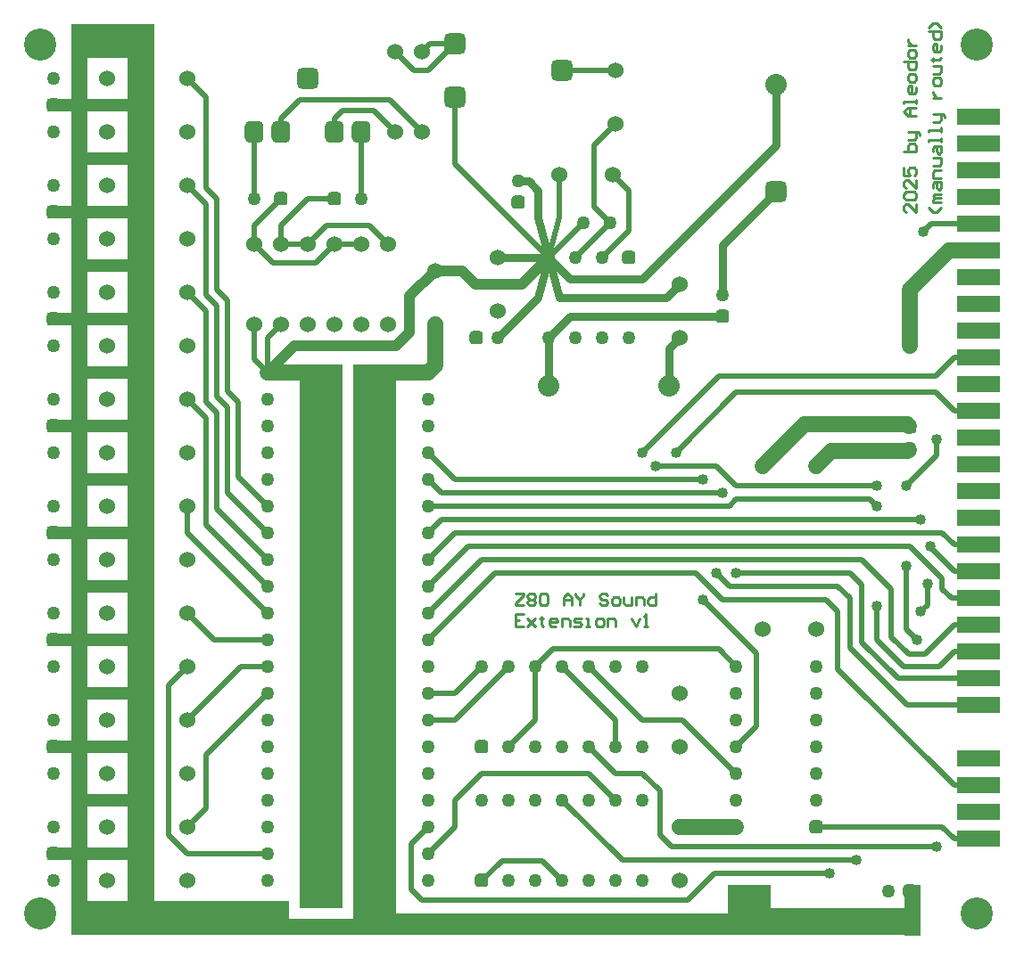
<source format=gbr>
*
%LPD*%
%LNTOP*%
%FSLAX25Y25*%
%MOIN*%
%AD*%
%AD*%
%ADD13C,0.01*%
%ADD15C,0.04*%
%ADD20R,0.16X0.06*%
%ADD30C,0.02*%
%ADD31C,0.06*%
%ADD32C,0.03*%
%ADD33C,0.12*%
%ADD34C,0.05*%
%AMD35_Rectangle*
20,1,0.025,-0.025,0,0.025,0,0*
20,1,0.025,0,-0.025,0,0.025,0*
1,1,0.025,-0.0125,-0.0125*
1,1,0.025,0.0125,-0.0125*
1,1,0.025,0.0125,0.0125*
1,1,0.025,-0.0125,0.0125*
%
%ADD35D35_Rectangle*%
%ADD36R,0.06X3.41*%
%ADD37R,0.4X0.05*%
%ADD38R,0.31X0.05*%
%ADD39R,0.31X0.13*%
%ADD40R,0.1X3.41*%
%ADD41R,0.815X0.13*%
%AMD42_Rectangle*
20,1,0.045,-0.035,0,0.035,0,0*
20,1,0.035,0,-0.04,0,0.04,0*
1,1,0.035,-0.0175,-0.0225*
1,1,0.035,0.0175,-0.0225*
1,1,0.035,0.0175,0.0225*
1,1,0.035,-0.0175,0.0225*
%
%ADD42D42_Rectangle*%
%AMD43_Rectangle*
20,1,0.04,-0.04,0,0.04,0,0*
20,1,0.04,0,-0.04,0,0.04,0*
1,1,0.04,-0.02,-0.02*
1,1,0.04,0.02,-0.02*
1,1,0.04,0.02,0.02*
1,1,0.04,-0.02,0.02*
%
%ADD43D43_Rectangle*%
%ADD44R,0.16X2.035*%
%ADD45R,0.16X2.135*%
%ADD46R,3.175X0.06*%
%ADD47C,0.08*%
%ADD48R,2.12X0.08*%
%ADD49R,0.16X0.19*%
%ADD50R,0.72X0.1*%
%ADD51R,0.06X0.165*%
%ADD52R,0.04X0.05*%
G54D30*
%SRX1Y1I0.0J0.0*%
G1X63000Y42000D2*
G1X63000Y98000D1*
G1X63000Y42000D2*
G1X70000Y35000D1*
G1X63000Y98000D2*
G1X70000Y105000D1*
G1X70000Y35000D2*
G1X100000Y35000D1*
G1X70000Y45000D2*
G1X77000Y52000D1*
G1X70000Y85000D2*
G1X90000Y105000D1*
G1X70000Y125000D2*
G1X80000Y115000D1*
G1X70000Y155000D2*
G1X70000Y165000D1*
G1X70000Y155000D2*
G1X100000Y125000D1*
G1X70000Y205000D2*
G1X77000Y198000D1*
G1X70000Y245000D2*
G1X77000Y238000D1*
G1X70000Y285000D2*
G1X77000Y278000D1*
G1X70000Y325000D2*
G1X77000Y318000D1*
G1X77000Y52000D2*
G1X77000Y72000D1*
G1X77000Y72000D2*
G1X100000Y95000D1*
G1X77000Y158000D2*
G1X77000Y198000D1*
G1X77000Y158000D2*
G1X100000Y135000D1*
G1X77000Y204000D2*
G1X77000Y238000D1*
G1X77000Y204000D2*
G1X81000Y200000D1*
G1X77000Y244000D2*
G1X77000Y278000D1*
G1X77000Y244000D2*
G1X81000Y240000D1*
G1X77000Y284000D2*
G1X77000Y318000D1*
G1X77000Y284000D2*
G1X81000Y280000D1*
G1X80000Y115000D2*
G1X100000Y115000D1*
G1X81000Y164000D2*
G1X81000Y200000D1*
G1X81000Y164000D2*
G1X100000Y145000D1*
G1X81000Y206000D2*
G1X81000Y240000D1*
G1X81000Y206000D2*
G1X85000Y202000D1*
G1X81000Y246000D2*
G1X81000Y280000D1*
G1X81000Y246000D2*
G1X85000Y242000D1*
G1X85000Y170000D2*
G1X85000Y202000D1*
G1X85000Y170000D2*
G1X100000Y155000D1*
G1X85000Y208000D2*
G1X85000Y242000D1*
G1X85000Y208000D2*
G1X89000Y204000D1*
G1X89000Y176000D2*
G1X89000Y204000D1*
G1X89000Y176000D2*
G1X100000Y165000D1*
G1X90000Y105000D2*
G1X100000Y105000D1*
G1X95000Y220000D2*
G1X95000Y233000D1*
G1X95000Y220000D2*
G1X100000Y215000D1*
G1X95000Y263000D2*
G1X95000Y270000D1*
G1X95000Y263000D2*
G1X102000Y256000D1*
G1X95000Y270000D2*
G1X105000Y280000D1*
G1X95000Y280000D2*
G1X95000Y305000D1*
G1X100000Y215000D2*
G1X100000Y228000D1*
G1X100000Y215000D2*
G54D15*
G1X110000Y225000D1*
G1X100000Y215000D2*
G54D31*
G1X112000Y215000D1*
G1X100000Y228000D2*
G54D30*
G1X105000Y233000D1*
G1X102000Y256000D2*
G1X118000Y256000D1*
G1X105000Y263000D2*
G1X105000Y270000D1*
G1X105000Y263000D2*
G1X115000Y263000D1*
G1X105000Y270000D2*
G1X115000Y280000D1*
G1X105000Y305000D2*
G1X105000Y310000D1*
G1X105000Y310000D2*
G1X112000Y317000D1*
G1X110000Y225000D2*
G54D15*
G1X148000Y225000D1*
G1X112000Y317000D2*
G54D30*
G1X145500Y317000D1*
G1X115000Y263000D2*
G1X122000Y270000D1*
G1X115000Y280000D2*
G1X125000Y280000D1*
G1X118000Y256000D2*
G1X125000Y263000D1*
G1X122000Y270000D2*
G1X138000Y270000D1*
G1X125000Y263000D2*
G1X135000Y263000D1*
G1X125000Y305000D2*
G1X125000Y310000D1*
G1X125000Y310000D2*
G1X128000Y313000D1*
G1X128000Y313000D2*
G1X139500Y313000D1*
G1X135000Y280000D2*
G1X135000Y305000D1*
G1X138000Y270000D2*
G1X145000Y263000D1*
G1X139500Y313000D2*
G1X147500Y305000D1*
G1X145500Y317000D2*
G1X157500Y305000D1*
G1X147500Y335000D2*
G1X154500Y328000D1*
G1X148000Y215000D2*
G54D31*
G1X160000Y215000D1*
G1X148000Y225000D2*
G54D15*
G1X153000Y230000D1*
G1X153000Y230000D2*
G1X153000Y243500D1*
G1X153000Y243500D2*
G1X162500Y253000D1*
G1X153500Y21500D2*
G54D30*
G1X153500Y38500D1*
G1X153500Y21500D2*
G1X157500Y17500D1*
G1X153500Y38500D2*
G1X160000Y45000D1*
G1X154500Y328000D2*
G1X160000Y328000D1*
G1X157500Y17500D2*
G1X257000Y17500D1*
G1X157500Y335000D2*
G1X160500Y338000D1*
G1X160000Y35000D2*
G1X170000Y45000D1*
G1X160000Y85000D2*
G1X170000Y85000D1*
G1X160000Y95000D2*
G1X170000Y95000D1*
G1X160000Y115000D2*
G1X185000Y140000D1*
G1X160000Y125000D2*
G1X180000Y145000D1*
G1X160000Y135000D2*
G1X175000Y150000D1*
G1X160000Y145000D2*
G1X170000Y155000D1*
G1X160000Y155000D2*
G1X165000Y160000D1*
G1X160000Y165000D2*
G1X272500Y165000D1*
G1X160000Y175000D2*
G1X165000Y170000D1*
G1X160000Y185000D2*
G1X170000Y175000D1*
G1X160000Y215000D2*
G54D31*
G1X162500Y217500D1*
G1X160000Y328000D2*
G54D30*
G1X170000Y338000D1*
G1X160500Y338000D2*
G1X170000Y338000D1*
G1X162500Y217500D2*
G54D31*
G1X162500Y233000D1*
G1X162500Y253000D2*
G54D15*
G1X172500Y253000D1*
G1X165000Y160000D2*
G54D30*
G1X344000Y160000D1*
G1X165000Y170000D2*
G1X270000Y170000D1*
G1X170000Y45000D2*
G1X170000Y55000D1*
G1X170000Y55000D2*
G1X180000Y65000D1*
G1X170000Y85000D2*
G1X190000Y105000D1*
G1X170000Y95000D2*
G1X180000Y105000D1*
G1X170000Y155000D2*
G1X352000Y155000D1*
G1X170000Y175000D2*
G1X262500Y175000D1*
G1X170000Y293000D2*
G1X170000Y318000D1*
G1X170000Y293000D2*
G1X205000Y258000D1*
G1X172500Y253000D2*
G54D15*
G1X177500Y248000D1*
G1X175000Y150000D2*
G54D30*
G1X340000Y150000D1*
G1X177500Y248000D2*
G54D15*
G1X195000Y248000D1*
G1X180000Y25000D2*
G54D30*
G1X187422Y32422D1*
G1X180000Y65000D2*
G1X220000Y65000D1*
G1X180000Y145000D2*
G1X322000Y145000D1*
G1X185000Y140000D2*
G1X260000Y140000D1*
G1X186000Y228000D2*
G54D32*
G1X201000Y243000D1*
G1X186000Y258000D2*
G1X205000Y258000D1*
G1X187422Y32422D2*
G54D30*
G1X202578Y32422D1*
G1X190000Y75000D2*
G1X200000Y85000D1*
G1X192500Y120000D2*
G54D13*
G1X195499Y120000D1*
G1X192500Y122249D2*
G1X194000Y122249D1*
G1X192500Y124499D2*
G1X192500Y120000D1*
G1X192500Y127798D2*
G1X195499Y127798D1*
G1X192500Y128548D2*
G1X192500Y127798D1*
G1X192500Y132297D2*
G1X195499Y132297D1*
G1X193500Y286500D2*
G54D32*
G1X197500Y286500D1*
G1X195000Y248000D2*
G54D15*
G1X205000Y258000D1*
G1X195499Y124499D2*
G54D13*
G1X192500Y124499D1*
G1X195499Y131547D2*
G1X192500Y128548D1*
G1X195499Y132297D2*
G1X195499Y131547D1*
G1X196999Y122999D2*
G1X199998Y120000D1*
G1X196999Y128548D2*
G1X196999Y129298D1*
G1X196999Y129298D2*
G1X197748Y130048D1*
G1X196999Y130797D2*
G1X196999Y131547D1*
G1X196999Y131547D2*
G1X197748Y132297D1*
G1X197500Y286500D2*
G54D32*
G1X201000Y283000D1*
G1X197748Y127798D2*
G54D13*
G1X196999Y128548D1*
G1X197748Y130048D2*
G1X196999Y130797D1*
G1X197748Y130048D2*
G1X199248Y130048D1*
G1X197748Y132297D2*
G1X199248Y132297D1*
G1X198498Y121500D2*
G1X199998Y122999D1*
G1X199248Y127798D2*
G1X197748Y127798D1*
G1X199248Y130048D2*
G1X199998Y129298D1*
G1X199248Y132297D2*
G1X199998Y131547D1*
G1X199998Y120000D2*
G1X198498Y121500D1*
G1X199998Y122999D2*
G1X196999Y120000D1*
G1X199998Y128548D2*
G1X199248Y127798D1*
G1X199998Y129298D2*
G1X199998Y128548D1*
G1X199998Y130797D2*
G1X199248Y130048D1*
G1X199998Y131547D2*
G1X199998Y130797D1*
G1X200000Y85000D2*
G54D30*
G1X200000Y105000D1*
G1X200000Y105000D2*
G1X206500Y111500D1*
G1X201000Y243000D2*
G54D32*
G1X205000Y258000D1*
G1X201000Y273000D2*
G1X201000Y283000D1*
G1X201000Y273000D2*
G1X205000Y258000D1*
G1X201497Y122999D2*
G54D13*
G1X202997Y122999D1*
G1X201497Y128548D2*
G1X201497Y131547D1*
G1X201497Y131547D2*
G1X202247Y132297D1*
G1X202247Y120750D2*
G1X202997Y120000D1*
G1X202247Y122999D2*
G1X201497Y122999D1*
G1X202247Y122999D2*
G1X202247Y120750D1*
G1X202247Y123749D2*
G1X202247Y122999D1*
G1X202247Y127798D2*
G1X201497Y128548D1*
G1X202247Y132297D2*
G1X203746Y132297D1*
G1X202578Y32422D2*
G54D30*
G1X210000Y25000D1*
G1X202997Y122999D2*
G54D13*
G1X202247Y122999D1*
G1X203746Y127798D2*
G1X202247Y127798D1*
G1X203746Y132297D2*
G1X204496Y131547D1*
G1X204496Y128548D2*
G1X203746Y127798D1*
G1X204496Y131547D2*
G1X204496Y128548D1*
G1X205000Y210000D2*
G54D32*
G1X205000Y228000D1*
G1X205000Y228000D2*
G1X213000Y236000D1*
G1X205000Y258000D2*
G1X209000Y243000D1*
G1X205000Y258000D2*
G54D30*
G1X209000Y273000D1*
G1X205000Y258000D2*
G54D32*
G1X213000Y250000D1*
G1X205000Y258000D2*
G54D30*
G1X218000Y271000D1*
G1X205246Y120750D2*
G54D13*
G1X205246Y122249D1*
G1X205246Y122249D2*
G1X205996Y122999D1*
G1X205996Y120000D2*
G1X205246Y120750D1*
G1X205996Y122999D2*
G1X207495Y122999D1*
G1X206500Y111500D2*
G54D30*
G1X268500Y111500D1*
G1X207495Y120000D2*
G54D13*
G1X205996Y120000D1*
G1X207495Y122999D2*
G1X208245Y122249D1*
G1X208245Y121500D2*
G1X205246Y121500D1*
G1X208245Y122249D2*
G1X208245Y121500D1*
G1X209000Y243000D2*
G54D32*
G1X249000Y243000D1*
G1X209000Y273000D2*
G54D30*
G1X209000Y289000D1*
G1X209744Y120000D2*
G54D13*
G1X209744Y122999D1*
G1X209744Y122999D2*
G1X211994Y122999D1*
G1X210000Y55000D2*
G54D30*
G1X232500Y32500D1*
G1X210000Y105000D2*
G1X230000Y85000D1*
G1X210000Y328000D2*
G1X230000Y328000D1*
G1X210494Y127798D2*
G54D13*
G1X210494Y130797D1*
G1X210494Y130797D2*
G1X211994Y132297D1*
G1X211994Y122999D2*
G1X212743Y122249D1*
G1X211994Y132297D2*
G1X213493Y130797D1*
G1X212743Y122249D2*
G1X212743Y120000D1*
G1X213000Y236000D2*
G54D32*
G1X270000Y236000D1*
G1X213000Y250000D2*
G1X240000Y250000D1*
G1X213493Y127798D2*
G54D13*
G1X213493Y130048D1*
G1X213493Y130048D2*
G1X210494Y130048D1*
G1X213493Y130797D2*
G1X213493Y127798D1*
G1X214243Y120000D2*
G1X216492Y120000D1*
G1X214243Y122249D2*
G1X214993Y122999D1*
G1X214993Y121500D2*
G1X214243Y122249D1*
G1X214993Y122999D2*
G1X217242Y122999D1*
G1X214993Y131547D2*
G1X216492Y130048D1*
G1X214993Y132297D2*
G1X214993Y131547D1*
G1X215000Y258000D2*
G54D30*
G1X228000Y271000D1*
G1X216492Y120000D2*
G54D13*
G1X217242Y120750D1*
G1X216492Y121500D2*
G1X214993Y121500D1*
G1X216492Y130048D2*
G1X216492Y127798D1*
G1X216492Y130048D2*
G1X217992Y131547D1*
G1X217242Y120750D2*
G1X216492Y121500D1*
G1X217992Y131547D2*
G1X217992Y132297D1*
G1X218742Y120000D2*
G1X220241Y120000D1*
G1X219491Y120000D2*
G1X219491Y122999D1*
G1X219491Y122999D2*
G1X218742Y122999D1*
G1X220000Y65000D2*
G54D30*
G1X230000Y55000D1*
G1X220000Y75000D2*
G1X230000Y65000D1*
G1X220000Y105000D2*
G1X240000Y85000D1*
G1X220241Y120000D2*
G54D13*
G1X219491Y120000D1*
G1X222000Y277000D2*
G54D30*
G1X222000Y300000D1*
G1X222000Y277000D2*
G1X228000Y271000D1*
G1X222000Y300000D2*
G1X230000Y308000D1*
G1X222490Y120750D2*
G54D13*
G1X223240Y120000D1*
G1X222490Y122249D2*
G1X222490Y120750D1*
G1X223240Y120000D2*
G1X224740Y120000D1*
G1X223240Y122999D2*
G1X222490Y122249D1*
G1X223990Y130797D2*
G1X224740Y130048D1*
G1X223990Y131547D2*
G1X223990Y130797D1*
G1X224740Y120000D2*
G1X225489Y120750D1*
G1X224740Y122999D2*
G1X223240Y122999D1*
G1X224740Y127798D2*
G1X223990Y128548D1*
G1X224740Y130048D2*
G1X226239Y130048D1*
G1X224740Y132297D2*
G1X223990Y131547D1*
G1X225000Y258000D2*
G54D30*
G1X235000Y268000D1*
G1X225489Y120750D2*
G54D13*
G1X225489Y122249D1*
G1X225489Y122249D2*
G1X224740Y122999D1*
G1X226239Y127798D2*
G1X224740Y127798D1*
G1X226239Y130048D2*
G1X226989Y129298D1*
G1X226239Y132297D2*
G1X224740Y132297D1*
G1X226989Y120000D2*
G1X226989Y122999D1*
G1X226989Y122999D2*
G1X229238Y122999D1*
G1X226989Y128548D2*
G1X226239Y127798D1*
G1X226989Y129298D2*
G1X226989Y128548D1*
G1X226989Y131547D2*
G1X226239Y132297D1*
G1X228488Y128548D2*
G1X229238Y127798D1*
G1X228488Y130048D2*
G1X228488Y128548D1*
G1X229000Y289000D2*
G54D30*
G1X235000Y283000D1*
G1X229238Y122999D2*
G54D13*
G1X229988Y122249D1*
G1X229238Y127798D2*
G1X230738Y127798D1*
G1X229238Y130797D2*
G1X228488Y130048D1*
G1X229988Y122249D2*
G1X229988Y120000D1*
G1X230000Y65000D2*
G54D30*
G1X240000Y65000D1*
G1X230000Y75000D2*
G1X230000Y85000D1*
G1X230738Y127798D2*
G54D13*
G1X231487Y128548D1*
G1X230738Y130797D2*
G1X229238Y130797D1*
G1X231487Y128548D2*
G1X231487Y130048D1*
G1X231487Y130048D2*
G1X230738Y130797D1*
G1X232500Y32500D2*
G54D30*
G1X320000Y32500D1*
G1X232987Y128548D2*
G54D13*
G1X233737Y127798D1*
G1X232987Y130797D2*
G1X232987Y128548D1*
G1X233737Y127798D2*
G1X235986Y127798D1*
G1X235000Y268000D2*
G54D30*
G1X235000Y283000D1*
G1X235986Y122999D2*
G54D13*
G1X237486Y120000D1*
G1X235986Y127798D2*
G1X235986Y130797D1*
G1X237486Y120000D2*
G1X238985Y122999D1*
G1X237486Y127798D2*
G1X237486Y130797D1*
G1X237486Y130797D2*
G1X239735Y130797D1*
G1X239735Y130797D2*
G1X240485Y130048D1*
G1X240000Y65000D2*
G54D30*
G1X246500Y58500D1*
G1X240000Y85000D2*
G1X255000Y85000D1*
G1X240000Y185000D2*
G1X268500Y213500D1*
G1X240000Y250000D2*
G54D32*
G1X290000Y300000D1*
G1X240485Y120000D2*
G54D13*
G1X241984Y120000D1*
G1X240485Y130048D2*
G1X240485Y127798D1*
G1X241234Y120000D2*
G1X241234Y124499D1*
G1X241234Y124499D2*
G1X240485Y123749D1*
G1X241984Y120000D2*
G1X241234Y120000D1*
G1X241984Y128548D2*
G1X241984Y130048D1*
G1X241984Y130048D2*
G1X242734Y130797D1*
G1X242734Y127798D2*
G1X241984Y128548D1*
G1X242734Y130797D2*
G1X244983Y130797D1*
G1X244983Y127798D2*
G1X242734Y127798D1*
G1X244983Y132297D2*
G1X244983Y127798D1*
G1X245000Y180000D2*
G54D30*
G1X267500Y180000D1*
G1X246500Y42000D2*
G1X246500Y58500D1*
G1X246500Y42000D2*
G1X251000Y37500D1*
G1X249000Y243000D2*
G54D32*
G1X254000Y248000D1*
G1X250000Y210000D2*
G1X250000Y224000D1*
G1X250000Y224000D2*
G1X254000Y228000D1*
G1X251000Y37500D2*
G54D30*
G1X350000Y37500D1*
G1X252500Y185000D2*
G1X275000Y207500D1*
G1X254000Y45000D2*
G54D31*
G1X275000Y45000D1*
G1X255000Y85000D2*
G54D30*
G1X275000Y65000D1*
G1X257000Y17500D2*
G1X267000Y27500D1*
G1X260000Y140000D2*
G1X270000Y130000D1*
G1X262500Y130000D2*
G1X282500Y110000D1*
G1X267000Y27500D2*
G1X310000Y27500D1*
G1X267500Y140000D2*
G1X272500Y135000D1*
G1X267500Y180000D2*
G1X275000Y172500D1*
G1X268500Y111500D2*
G1X275000Y105000D1*
G1X268500Y213500D2*
G1X349500Y213500D1*
G1X270000Y130000D2*
G1X308500Y130000D1*
G1X270000Y244000D2*
G54D32*
G1X270000Y262500D1*
G1X270000Y262500D2*
G1X290000Y282500D1*
G1X272500Y135000D2*
G54D30*
G1X313000Y135000D1*
G1X272500Y165000D2*
G1X275000Y167500D1*
G1X275000Y75000D2*
G1X282500Y82500D1*
G1X275000Y140000D2*
G1X317500Y140000D1*
G1X275000Y167500D2*
G1X325000Y167500D1*
G1X275000Y172500D2*
G1X327500Y172500D1*
G1X275000Y207500D2*
G1X349500Y207500D1*
G1X282500Y82500D2*
G1X282500Y110000D1*
G1X285000Y180000D2*
G54D31*
G1X300500Y195500D1*
G1X290000Y300000D2*
G54D32*
G1X290000Y322500D1*
G1X300500Y195500D2*
G54D31*
G1X339000Y195500D1*
G1X305000Y45000D2*
G54D30*
G1X352000Y45000D1*
G1X305000Y180000D2*
G54D31*
G1X310500Y185500D1*
G1X308500Y130000D2*
G54D30*
G1X313000Y125500D1*
G1X310500Y185500D2*
G54D31*
G1X339000Y185500D1*
G1X313000Y104000D2*
G54D30*
G1X313000Y125500D1*
G1X313000Y104000D2*
G1X356500Y60500D1*
G1X313000Y135000D2*
G1X317500Y130500D1*
G1X317500Y112000D2*
G1X317500Y130500D1*
G1X317500Y112000D2*
G1X339000Y90500D1*
G1X317500Y140000D2*
G1X322000Y135500D1*
G1X322000Y114000D2*
G1X322000Y135500D1*
G1X322000Y114000D2*
G1X335500Y100500D1*
G1X322000Y145000D2*
G1X333000Y134000D1*
G1X325000Y167500D2*
G1X327500Y165000D1*
G1X327500Y115000D2*
G1X327500Y127500D1*
G1X327500Y115000D2*
G1X337500Y105000D1*
G1X333000Y116000D2*
G1X333000Y134000D1*
G1X333000Y116000D2*
G1X339500Y109500D1*
G1X335500Y100500D2*
G1X365500Y100500D1*
G1X337500Y105000D2*
G1X351000Y105000D1*
G1X337704Y275750D2*
G54D13*
G1X338454Y275000D1*
G1X337704Y277249D2*
G1X337704Y275750D1*
G1X337704Y280248D2*
G1X337704Y281748D1*
G1X337704Y281748D2*
G1X338454Y282498D1*
G1X337704Y284747D2*
G1X338454Y283997D1*
G1X337704Y286246D2*
G1X337704Y284747D1*
G1X337704Y288496D2*
G1X339953Y288496D1*
G1X337704Y291495D2*
G1X337704Y288496D1*
G1X337704Y297493D2*
G1X342203Y297493D1*
G1X337704Y312488D2*
G1X339204Y313987D1*
G1X337704Y316237D2*
G1X337704Y315487D1*
G1X337704Y331232D2*
G1X342203Y331232D1*
G1X338454Y277999D2*
G1X337704Y277249D1*
G1X338454Y279499D2*
G1X337704Y280248D1*
G1X338454Y282498D2*
G1X341453Y282498D1*
G1X338454Y286996D2*
G1X337704Y286246D1*
G1X338500Y119000D2*
G54D30*
G1X338500Y142500D1*
G1X338500Y119000D2*
G1X342500Y115000D1*
G1X338500Y172500D2*
G1X350000Y184000D1*
G1X339000Y90500D2*
G1X365500Y90500D1*
G1X339000Y185500D2*
G54D31*
G1X339500Y186000D1*
G1X339000Y195500D2*
G1X339500Y195000D1*
G1X339204Y277999D2*
G54D13*
G1X338454Y277999D1*
G1X339204Y286996D2*
G1X338454Y286996D1*
G1X339204Y289995D2*
G1X339204Y290745D1*
G1X339204Y290745D2*
G1X339953Y291495D1*
G1X339204Y299742D2*
G1X339204Y297493D1*
G1X339204Y301991D2*
G1X341453Y301991D1*
G1X339204Y310988D2*
G1X337704Y312488D1*
G1X339204Y313987D2*
G1X342203Y313987D1*
G1X339204Y319986D2*
G1X339204Y321485D1*
G1X339204Y321485D2*
G1X339953Y322235D1*
G1X339204Y324484D2*
G1X339953Y323734D1*
G1X339204Y325984D2*
G1X339204Y324484D1*
G1X339204Y328983D2*
G1X339204Y331232D1*
G1X339204Y333481D2*
G1X339953Y332731D1*
G1X339204Y334981D2*
G1X339204Y333481D1*
G1X339204Y337230D2*
G1X342203Y337230D1*
G1X339204Y338729D2*
G1X339204Y339479D1*
G1X339500Y109500D2*
G54D30*
G1X345500Y109500D1*
G1X339953Y288496D2*
G54D13*
G1X339204Y289995D1*
G1X339953Y291495D2*
G1X341453Y291495D1*
G1X339953Y300492D2*
G1X339204Y299742D1*
G1X339953Y313987D2*
G1X339953Y310988D1*
G1X339953Y319236D2*
G1X339204Y319986D1*
G1X339953Y322235D2*
G1X340703Y322235D1*
G1X339953Y323734D2*
G1X341453Y323734D1*
G1X339953Y326733D2*
G1X339204Y325984D1*
G1X339953Y328233D2*
G1X339204Y328983D1*
G1X339953Y332731D2*
G1X341453Y332731D1*
G1X339953Y335730D2*
G1X339204Y334981D1*
G1X339953Y337980D2*
G1X339204Y338729D1*
G1X340000Y150000D2*
G54D30*
G1X352000Y138000D1*
G1X340000Y225000D2*
G54D31*
G1X340000Y246000D1*
G1X340000Y246000D2*
G1X354500Y260500D1*
G1X340703Y300492D2*
G54D13*
G1X339953Y300492D1*
G1X340703Y322235D2*
G1X340703Y319236D1*
G1X340703Y337230D2*
G1X339953Y337980D1*
G1X341453Y279499D2*
G1X338454Y279499D1*
G1X341453Y282498D2*
G1X342203Y281748D1*
G1X341453Y291495D2*
G1X342203Y290745D1*
G1X341453Y300492D2*
G1X340703Y300492D1*
G1X341453Y301991D2*
G1X342203Y302741D1*
G1X341453Y319236D2*
G1X339953Y319236D1*
G1X341453Y323734D2*
G1X342203Y324484D1*
G1X341453Y326733D2*
G1X339953Y326733D1*
G1X341453Y328233D2*
G1X339953Y328233D1*
G1X341453Y332731D2*
G1X342203Y333481D1*
G1X341453Y335730D2*
G1X339953Y335730D1*
G1X342203Y275000D2*
G1X339204Y277999D1*
G1X342203Y277999D2*
G1X342203Y275000D1*
G1X342203Y280248D2*
G1X341453Y279499D1*
G1X342203Y281748D2*
G1X342203Y280248D1*
G1X342203Y283997D2*
G1X339204Y286996D1*
G1X342203Y286996D2*
G1X342203Y283997D1*
G1X342203Y289245D2*
G1X341453Y288496D1*
G1X342203Y290745D2*
G1X342203Y289245D1*
G1X342203Y297493D2*
G1X342203Y299742D1*
G1X342203Y299742D2*
G1X341453Y300492D1*
G1X342203Y302741D2*
G1X342203Y304990D1*
G1X342203Y304990D2*
G1X339204Y304990D1*
G1X342203Y304990D2*
G1X342952Y304990D1*
G1X342203Y310988D2*
G1X339204Y310988D1*
G1X342203Y313987D2*
G1X339953Y313987D1*
G1X342203Y315487D2*
G1X342203Y316986D1*
G1X342203Y316237D2*
G1X337704Y316237D1*
G1X342203Y316986D2*
G1X342203Y316237D1*
G1X342203Y319986D2*
G1X341453Y319236D1*
G1X342203Y321485D2*
G1X342203Y319986D1*
G1X342203Y324484D2*
G1X342203Y325984D1*
G1X342203Y325984D2*
G1X341453Y326733D1*
G1X342203Y328983D2*
G1X341453Y328233D1*
G1X342203Y331232D2*
G1X342203Y328983D1*
G1X342203Y333481D2*
G1X342203Y334981D1*
G1X342203Y334981D2*
G1X341453Y335730D1*
G1X342203Y337230D2*
G1X340703Y337230D1*
G1X342952Y304990D2*
G1X343702Y304241D1*
G1X343702Y304241D2*
G1X343702Y303491D1*
G1X344000Y125500D2*
G54D30*
G1X346500Y128000D1*
G1X345000Y267500D2*
G1X348000Y270500D1*
G1X345500Y109500D2*
G1X356500Y120500D1*
G1X346500Y128000D2*
G1X346500Y136000D1*
G1X347002Y301991D2*
G54D13*
G1X347002Y301242D1*
G1X347002Y305740D2*
G1X347002Y304990D1*
G1X347002Y342478D2*
G1X351500Y342478D1*
G1X347500Y149500D2*
G54D30*
G1X347500Y150000D1*
G1X347500Y149500D2*
G1X356500Y140500D1*
G1X347752Y331982D2*
G54D13*
G1X348501Y331982D1*
G1X348000Y270500D2*
G54D30*
G1X365500Y270500D1*
G1X348501Y275000D2*
G54D13*
G1X347002Y276500D1*
G1X348501Y278749D2*
G1X348501Y279499D1*
G1X348501Y279499D2*
G1X349251Y280248D1*
G1X348501Y280998D2*
G1X349251Y281748D1*
G1X348501Y283997D2*
G1X348501Y285497D1*
G1X348501Y285497D2*
G1X349251Y286246D1*
G1X348501Y287746D2*
G1X348501Y289995D1*
G1X348501Y289995D2*
G1X349251Y290745D1*
G1X348501Y292244D2*
G1X350751Y292244D1*
G1X348501Y297493D2*
G1X348501Y298992D1*
G1X348501Y298992D2*
G1X349251Y299742D1*
G1X348501Y308739D2*
G1X350751Y308739D1*
G1X348501Y317736D2*
G1X351500Y317736D1*
G1X348501Y319236D2*
G1X348501Y319985D1*
G1X348501Y322985D2*
G1X349251Y322235D1*
G1X348501Y324484D2*
G1X348501Y322985D1*
G1X348501Y326733D2*
G1X350751Y326733D1*
G1X348501Y331232D2*
G1X348501Y332731D1*
G1X348501Y331982D2*
G1X348501Y331232D1*
G1X348501Y331982D2*
G1X350751Y331982D1*
G1X348501Y332731D2*
G1X348501Y331982D1*
G1X348501Y335730D2*
G1X348501Y337230D1*
G1X348501Y337230D2*
G1X349251Y337980D1*
G1X348501Y340229D2*
G1X348501Y342478D1*
G1X348501Y345477D2*
G1X347002Y343978D1*
G1X349251Y280248D2*
G1X348501Y280998D1*
G1X349251Y280248D2*
G1X351500Y280248D1*
G1X349251Y281748D2*
G1X351500Y281748D1*
G1X349251Y286246D2*
G1X351500Y286246D1*
G1X349251Y290745D2*
G1X351500Y290745D1*
G1X349251Y299742D2*
G1X351500Y299742D1*
G1X349251Y318486D2*
G1X348501Y319236D1*
G1X349251Y322235D2*
G1X350751Y322235D1*
G1X349251Y325234D2*
G1X348501Y324484D1*
G1X349251Y334981D2*
G1X348501Y335730D1*
G1X349251Y337980D2*
G1X350001Y337980D1*
G1X349251Y339479D2*
G1X348501Y340229D1*
G1X349500Y207500D2*
G54D30*
G1X356500Y200500D1*
G1X349500Y213500D2*
G1X356500Y220500D1*
G1X350000Y184000D2*
G1X350000Y190000D1*
G1X350001Y275000D2*
G54D13*
G1X348501Y275000D1*
G1X350001Y283997D2*
G1X350001Y286246D1*
G1X350001Y297493D2*
G1X350001Y299742D1*
G1X350001Y317736D2*
G1X349251Y318486D1*
G1X350001Y337980D2*
G1X350001Y334981D1*
G1X350001Y345477D2*
G1X348501Y345477D1*
G1X350751Y283247D2*
G1X350001Y283997D1*
G1X350751Y292244D2*
G1X351500Y292994D1*
G1X350751Y296743D2*
G1X350001Y297493D1*
G1X350751Y308739D2*
G1X351500Y309489D1*
G1X350751Y322235D2*
G1X351500Y322985D1*
G1X350751Y325234D2*
G1X349251Y325234D1*
G1X350751Y326733D2*
G1X351500Y327483D1*
G1X350751Y331982D2*
G1X351500Y332731D1*
G1X350751Y334981D2*
G1X349251Y334981D1*
G1X350751Y339479D2*
G1X349251Y339479D1*
G1X351000Y105000D2*
G54D30*
G1X356500Y110500D1*
G1X351500Y276500D2*
G54D13*
G1X350001Y275000D1*
G1X351500Y278749D2*
G1X348501Y278749D1*
G1X351500Y280248D2*
G1X349251Y280248D1*
G1X351500Y283997D2*
G1X350751Y283247D1*
G1X351500Y286246D2*
G1X351500Y283997D1*
G1X351500Y287746D2*
G1X348501Y287746D1*
G1X351500Y292994D2*
G1X351500Y295243D1*
G1X351500Y295243D2*
G1X348501Y295243D1*
G1X351500Y297493D2*
G1X350751Y296743D1*
G1X351500Y299742D2*
G1X351500Y297493D1*
G1X351500Y301242D2*
G1X351500Y302741D1*
G1X351500Y301991D2*
G1X347002Y301991D1*
G1X351500Y302741D2*
G1X351500Y301991D1*
G1X351500Y304990D2*
G1X351500Y306490D1*
G1X351500Y305740D2*
G1X347002Y305740D1*
G1X351500Y306490D2*
G1X351500Y305740D1*
G1X351500Y309489D2*
G1X351500Y311738D1*
G1X351500Y311738D2*
G1X348501Y311738D1*
G1X351500Y311738D2*
G1X352250Y311738D1*
G1X351500Y317736D2*
G1X350001Y317736D1*
G1X351500Y322985D2*
G1X351500Y324484D1*
G1X351500Y324484D2*
G1X350751Y325234D1*
G1X351500Y327483D2*
G1X351500Y329732D1*
G1X351500Y329732D2*
G1X348501Y329732D1*
G1X351500Y335730D2*
G1X350751Y334981D1*
G1X351500Y337230D2*
G1X351500Y335730D1*
G1X351500Y340229D2*
G1X350751Y339479D1*
G1X351500Y342478D2*
G1X351500Y340229D1*
G1X351500Y343978D2*
G1X350001Y345477D1*
G1X352000Y45000D2*
G54D30*
G1X356500Y40500D1*
G1X352000Y134000D2*
G1X352000Y138000D1*
G1X352000Y134000D2*
G1X355500Y130500D1*
G1X352000Y155000D2*
G1X356500Y150500D1*
G1X352250Y311738D2*
G54D13*
G1X353000Y310988D1*
G1X353000Y310988D2*
G1X353000Y310239D1*
G1X354500Y260500D2*
G54D31*
G1X365500Y260500D1*
G1X355500Y130500D2*
G54D30*
G1X365500Y130500D1*
G1X356500Y40500D2*
G1X365500Y40500D1*
G1X356500Y60500D2*
G1X365500Y60500D1*
G1X356500Y110500D2*
G1X365500Y110500D1*
G1X356500Y120500D2*
G1X365500Y120500D1*
G1X356500Y140500D2*
G1X365500Y140500D1*
G1X356500Y150500D2*
G1X365500Y150500D1*
G1X356500Y200500D2*
G1X365500Y200500D1*
G1X356500Y220500D2*
G1X365500Y220500D1*
G54D33*
G1X15000Y12500D3*
G1X15000Y337500D3*
G54D34*
G1X20000Y25000D3*
G54D35*
G1X20000Y35000D3*
G54D34*
G1X20000Y45000D3*
G1X20000Y65000D3*
G54D35*
G1X20000Y75000D3*
G54D34*
G1X20000Y85000D3*
G1X20000Y105000D3*
G54D35*
G1X20000Y115000D3*
G54D34*
G1X20000Y125000D3*
G1X20000Y145000D3*
G54D35*
G1X20000Y155000D3*
G54D34*
G1X20000Y165000D3*
G1X20000Y185000D3*
G54D35*
G1X20000Y195000D3*
G54D34*
G1X20000Y205000D3*
G1X20000Y225000D3*
G54D35*
G1X20000Y235000D3*
G54D34*
G1X20000Y245000D3*
G1X20000Y265000D3*
G54D35*
G1X20000Y275000D3*
G54D34*
G1X20000Y285000D3*
G1X20000Y305000D3*
G54D35*
G1X20000Y315000D3*
G54D34*
G1X20000Y325000D3*
G54D36*
G1X29500Y175000D3*
G54D37*
G1X37500Y35000D3*
G1X37500Y75000D3*
G1X37500Y115000D3*
G1X37500Y155000D3*
G1X37500Y195000D3*
G1X37500Y235000D3*
G1X37500Y275000D3*
G1X37500Y315000D3*
G54D31*
G1X40000Y25000D3*
G1X40000Y45000D3*
G1X40000Y65000D3*
G1X40000Y85000D3*
G1X40000Y105000D3*
G1X40000Y125000D3*
G1X40000Y145000D3*
G1X40000Y165000D3*
G1X40000Y185000D3*
G1X40000Y205000D3*
G1X40000Y225000D3*
G1X40000Y245000D3*
G1X40000Y265000D3*
G1X40000Y285000D3*
G1X40000Y305000D3*
G1X40000Y325000D3*
G54D38*
G1X42000Y55000D3*
G1X42000Y95000D3*
G1X42000Y135000D3*
G1X42000Y175000D3*
G1X42000Y215000D3*
G1X42000Y255000D3*
G1X42000Y295000D3*
G54D39*
G1X42000Y339000D3*
G54D40*
G1X52500Y175000D3*
G54D41*
G1X67250Y11000D3*
G54D31*
G1X70000Y25000D3*
G1X70000Y45000D3*
G1X70000Y65000D3*
G1X70000Y85000D3*
G1X70000Y105000D3*
G1X70000Y125000D3*
G1X70000Y145000D3*
G1X70000Y165000D3*
G1X70000Y185000D3*
G1X70000Y205000D3*
G1X70000Y225000D3*
G1X70000Y245000D3*
G1X70000Y265000D3*
G1X70000Y285000D3*
G1X70000Y305000D3*
G1X70000Y325000D3*
G1X95000Y233000D3*
G1X95000Y263000D3*
G54D34*
G1X95000Y280000D3*
G54D42*
G1X95000Y305000D3*
G54D34*
G1X100000Y25000D3*
G1X100000Y35000D3*
G1X100000Y45000D3*
G1X100000Y55000D3*
G1X100000Y65000D3*
G1X100000Y75000D3*
G1X100000Y85000D3*
G1X100000Y95000D3*
G1X100000Y105000D3*
G1X100000Y115000D3*
G1X100000Y125000D3*
G1X100000Y135000D3*
G1X100000Y145000D3*
G1X100000Y155000D3*
G1X100000Y165000D3*
G1X100000Y175000D3*
G1X100000Y185000D3*
G1X100000Y195000D3*
G1X100000Y205000D3*
G54D35*
G1X100000Y215000D3*
G54D31*
G1X105000Y233000D3*
G1X105000Y263000D3*
G54D35*
G1X105000Y280000D3*
G54D42*
G1X105000Y305000D3*
G54D31*
G1X115000Y233000D3*
G1X115000Y263000D3*
G54D43*
G1X115000Y325000D3*
G54D44*
G1X120000Y116250D3*
G54D31*
G1X125000Y233000D3*
G1X125000Y263000D3*
G54D35*
G1X125000Y280000D3*
G54D42*
G1X125000Y305000D3*
G54D31*
G1X135000Y233000D3*
G1X135000Y263000D3*
G54D34*
G1X135000Y280000D3*
G54D42*
G1X135000Y305000D3*
G54D45*
G1X140000Y111250D3*
G54D31*
G1X145000Y233000D3*
G1X145000Y263000D3*
G1X147500Y305000D3*
G1X147500Y335000D3*
G1X157500Y305000D3*
G1X157500Y335000D3*
G54D34*
G1X160000Y25000D3*
G1X160000Y35000D3*
G1X160000Y45000D3*
G1X160000Y55000D3*
G1X160000Y65000D3*
G1X160000Y75000D3*
G1X160000Y85000D3*
G1X160000Y95000D3*
G1X160000Y105000D3*
G1X160000Y115000D3*
G1X160000Y125000D3*
G1X160000Y135000D3*
G1X160000Y145000D3*
G1X160000Y155000D3*
G1X160000Y165000D3*
G1X160000Y175000D3*
G1X160000Y185000D3*
G1X160000Y195000D3*
G1X160000Y205000D3*
G1X160000Y215000D3*
G54D31*
G1X162500Y233000D3*
G1X162500Y253000D3*
G54D43*
G1X170000Y318000D3*
G1X170000Y338000D3*
G54D35*
G1X178000Y228000D3*
G1X180000Y25000D3*
G54D34*
G1X180000Y55000D3*
G54D35*
G1X180000Y75000D3*
G54D34*
G1X180000Y105000D3*
G54D46*
G1X185250Y7500D3*
G54D34*
G1X186000Y228000D3*
G54D31*
G1X186000Y238000D3*
G1X186000Y258000D3*
G54D34*
G1X190000Y25000D3*
G1X190000Y55000D3*
G1X190000Y75000D3*
G1X190000Y105000D3*
G54D35*
G1X193500Y278500D3*
G54D34*
G1X193500Y286500D3*
G1X200000Y25000D3*
G1X200000Y55000D3*
G1X200000Y75000D3*
G1X200000Y105000D3*
G54D47*
G1X205000Y210000D3*
G54D34*
G1X205000Y228000D3*
G1X205000Y258000D3*
G54D31*
G1X209000Y289000D3*
G54D34*
G1X210000Y25000D3*
G1X210000Y55000D3*
G1X210000Y75000D3*
G1X210000Y105000D3*
G54D43*
G1X210000Y328000D3*
G54D34*
G1X215000Y228000D3*
G1X215000Y258000D3*
G1X218000Y271000D3*
G1X220000Y25000D3*
G1X220000Y55000D3*
G1X220000Y75000D3*
G1X220000Y105000D3*
G1X225000Y228000D3*
G1X225000Y258000D3*
G1X228000Y271000D3*
G54D31*
G1X229000Y289000D3*
G54D34*
G1X230000Y25000D3*
G1X230000Y55000D3*
G1X230000Y75000D3*
G1X230000Y105000D3*
G54D31*
G1X230000Y308000D3*
G1X230000Y328000D3*
G54D34*
G1X235000Y228000D3*
G54D35*
G1X235000Y258000D3*
G54D48*
G1X238000Y8500D3*
G54D34*
G1X240000Y25000D3*
G1X240000Y55000D3*
G1X240000Y75000D3*
G1X240000Y105000D3*
G54D47*
G1X250000Y210000D3*
G54D31*
G1X254000Y25000D3*
G1X254000Y45000D3*
G1X254000Y75000D3*
G1X254000Y95000D3*
G1X254000Y228000D3*
G1X254000Y248000D3*
G54D35*
G1X270000Y236000D3*
G54D34*
G1X270000Y244000D3*
G1X275000Y45000D3*
G1X275000Y55000D3*
G1X275000Y65000D3*
G1X275000Y75000D3*
G1X275000Y85000D3*
G1X275000Y95000D3*
G1X275000Y105000D3*
G54D49*
G1X280000Y14000D3*
G54D31*
G1X285000Y119000D3*
G54D43*
G1X290000Y282500D3*
G54D47*
G1X290000Y322500D3*
G54D35*
G1X305000Y45000D3*
G54D34*
G1X305000Y55000D3*
G1X305000Y65000D3*
G1X305000Y75000D3*
G1X305000Y85000D3*
G1X305000Y95000D3*
G1X305000Y105000D3*
G54D31*
G1X305000Y119000D3*
G54D50*
G1X308000Y9500D3*
G54D34*
G1X332000Y21000D3*
G54D35*
G1X340000Y21000D3*
G54D34*
G1X340000Y186500D3*
G54D35*
G1X340000Y194500D3*
G54D51*
G1X341000Y12750D3*
G54D52*
G1X342000Y21000D3*
G54D33*
G1X365000Y12500D3*
G1X365000Y337500D3*
G54D20*
G1X365500Y40500D3*
G1X365500Y50500D3*
G1X365500Y60500D3*
G1X365500Y70500D3*
G1X365500Y90500D3*
G1X365500Y100500D3*
G1X365500Y110500D3*
G1X365500Y120500D3*
G1X365500Y130500D3*
G1X365500Y140500D3*
G1X365500Y150500D3*
G1X365500Y160500D3*
G1X365500Y170500D3*
G1X365500Y180500D3*
G1X365500Y190500D3*
G1X365500Y200500D3*
G1X365500Y210500D3*
G1X365500Y220500D3*
G1X365500Y230500D3*
G1X365500Y240500D3*
G1X365500Y250500D3*
G1X365500Y260500D3*
G1X365500Y270500D3*
G1X365500Y280500D3*
G1X365500Y290500D3*
G1X365500Y300500D3*
G1X365500Y310500D3*
G54D34*
G1X115000Y17000D3*
G1X125000Y17000D3*
G54D15*
G1X240000Y185000D3*
G1X245000Y180000D3*
G1X252500Y185000D3*
G1X262500Y130000D3*
G1X262500Y175000D3*
G1X267500Y140000D3*
G1X270000Y170000D3*
G54D34*
G1X275000Y21000D3*
G54D15*
G1X275000Y140000D3*
G54D34*
G1X285000Y21000D3*
G1X285000Y180000D3*
G1X305000Y180000D3*
G54D15*
G1X310000Y27500D3*
G1X320000Y32500D3*
G1X327500Y127500D3*
G1X327500Y165000D3*
G1X327500Y172500D3*
G1X338500Y142500D3*
G1X338500Y172500D3*
G54D34*
G1X340000Y225000D3*
G1X341000Y9500D3*
G54D15*
G1X342500Y115000D3*
G1X344000Y125500D3*
G1X344000Y160000D3*
G1X345000Y267500D3*
G1X346500Y136000D3*
G1X347500Y150000D3*
G1X350000Y37500D3*
G1X350000Y190000D3*
M2*

</source>
